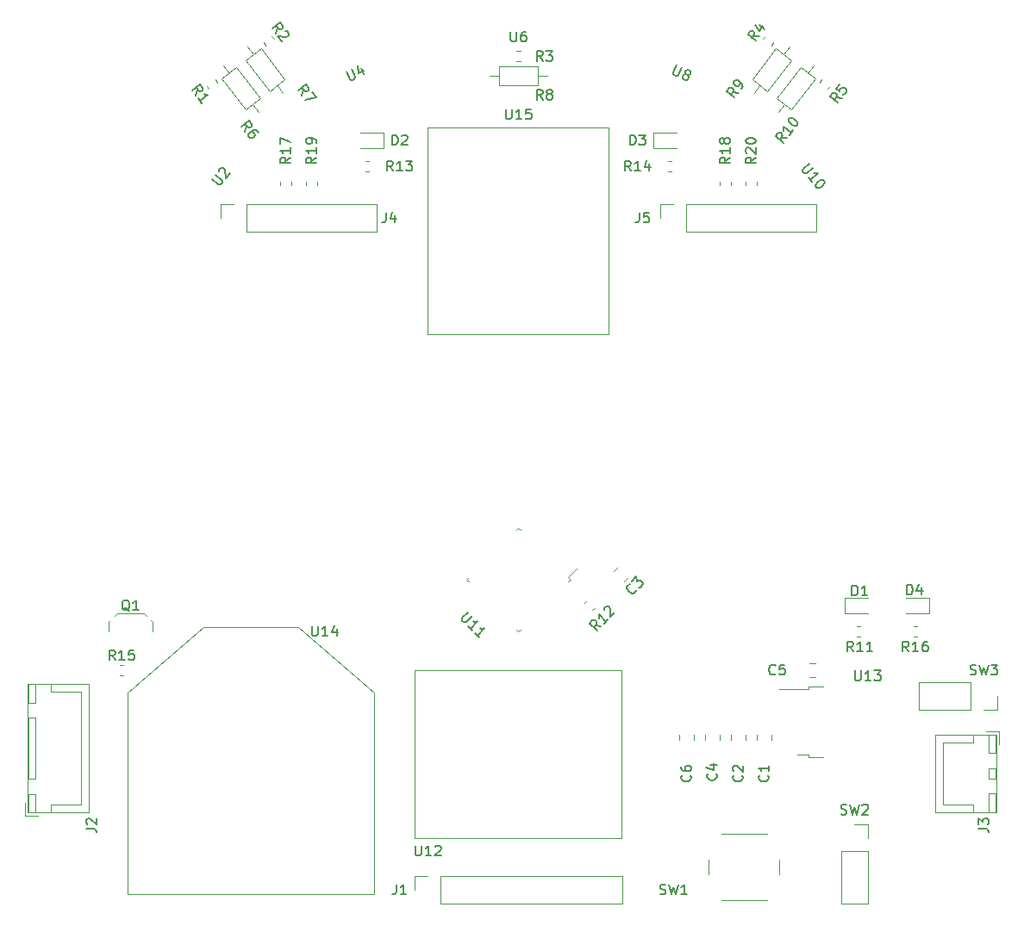
<source format=gbr>
G04 #@! TF.GenerationSoftware,KiCad,Pcbnew,(5.1.4-0-10_14)*
G04 #@! TF.CreationDate,2020-01-04T12:27:15+09:00*
G04 #@! TF.ProjectId,mouse,6d6f7573-652e-46b6-9963-61645f706362,rev?*
G04 #@! TF.SameCoordinates,Original*
G04 #@! TF.FileFunction,Legend,Top*
G04 #@! TF.FilePolarity,Positive*
%FSLAX46Y46*%
G04 Gerber Fmt 4.6, Leading zero omitted, Abs format (unit mm)*
G04 Created by KiCad (PCBNEW (5.1.4-0-10_14)) date 2020-01-04 12:27:15*
%MOMM*%
%LPD*%
G04 APERTURE LIST*
%ADD10C,0.120000*%
%ADD11C,0.150000*%
G04 APERTURE END LIST*
D10*
X88492903Y-153708005D02*
X88123437Y-154077471D01*
X89496995Y-154712097D02*
X89127529Y-155081563D01*
X73846821Y-154727868D02*
X73634689Y-154940000D01*
X73634689Y-154940000D02*
X73846821Y-155152132D01*
X78527868Y-150046821D02*
X78740000Y-149834689D01*
X78740000Y-149834689D02*
X78952132Y-150046821D01*
X78952132Y-159833179D02*
X78740000Y-160045311D01*
X78740000Y-160045311D02*
X78527868Y-159833179D01*
X83633179Y-155152132D02*
X83845311Y-154940000D01*
X83845311Y-154940000D02*
X83633179Y-154727868D01*
X83633179Y-154727868D02*
X84563024Y-153798023D01*
X65467500Y-111025000D02*
X63182500Y-111025000D01*
X65467500Y-112495000D02*
X65467500Y-111025000D01*
X63182500Y-112495000D02*
X65467500Y-112495000D01*
X52121809Y-102546478D02*
X52700132Y-103300163D01*
X55616099Y-107100326D02*
X55037776Y-106346640D01*
X51970247Y-103860224D02*
X54307891Y-106906701D01*
X53430017Y-102740103D02*
X51970247Y-103860224D01*
X55767661Y-105786580D02*
X53430017Y-102740103D01*
X54307891Y-106906701D02*
X55767661Y-105786580D01*
X125650000Y-170160000D02*
X119680000Y-170160000D01*
X119680000Y-170160000D02*
X119680000Y-177780000D01*
X119680000Y-177780000D02*
X125650000Y-177780000D01*
X125650000Y-177780000D02*
X125650000Y-170160000D01*
X125640000Y-173470000D02*
X124890000Y-173470000D01*
X124890000Y-173470000D02*
X124890000Y-174470000D01*
X124890000Y-174470000D02*
X125640000Y-174470000D01*
X125640000Y-174470000D02*
X125640000Y-173470000D01*
X125640000Y-170170000D02*
X124890000Y-170170000D01*
X124890000Y-170170000D02*
X124890000Y-171970000D01*
X124890000Y-171970000D02*
X125640000Y-171970000D01*
X125640000Y-171970000D02*
X125640000Y-170170000D01*
X125640000Y-175970000D02*
X124890000Y-175970000D01*
X124890000Y-175970000D02*
X124890000Y-177770000D01*
X124890000Y-177770000D02*
X125640000Y-177770000D01*
X125640000Y-177770000D02*
X125640000Y-175970000D01*
X123390000Y-170170000D02*
X123390000Y-170920000D01*
X123390000Y-170920000D02*
X120440000Y-170920000D01*
X120440000Y-170920000D02*
X120440000Y-173970000D01*
X123390000Y-177770000D02*
X123390000Y-177020000D01*
X123390000Y-177020000D02*
X120440000Y-177020000D01*
X120440000Y-177020000D02*
X120440000Y-173970000D01*
X125940000Y-171120000D02*
X125940000Y-169870000D01*
X125940000Y-169870000D02*
X124690000Y-169870000D01*
X103580000Y-170163748D02*
X103580000Y-170686252D01*
X102160000Y-170163748D02*
X102160000Y-170686252D01*
X99620000Y-170163748D02*
X99620000Y-170686252D01*
X101040000Y-170163748D02*
X101040000Y-170686252D01*
X98500000Y-170163748D02*
X98500000Y-170686252D01*
X97080000Y-170163748D02*
X97080000Y-170686252D01*
X113042500Y-156745000D02*
X110757500Y-156745000D01*
X110757500Y-156745000D02*
X110757500Y-158215000D01*
X110757500Y-158215000D02*
X113042500Y-158215000D01*
X71120000Y-186750000D02*
X71120000Y-184090000D01*
X71120000Y-186750000D02*
X88960000Y-186750000D01*
X88960000Y-186750000D02*
X88960000Y-184090000D01*
X71120000Y-184090000D02*
X88960000Y-184090000D01*
X68520000Y-184090000D02*
X69850000Y-184090000D01*
X68520000Y-185420000D02*
X68520000Y-184090000D01*
X30560000Y-177820000D02*
X36530000Y-177820000D01*
X36530000Y-177820000D02*
X36530000Y-165200000D01*
X36530000Y-165200000D02*
X30560000Y-165200000D01*
X30560000Y-165200000D02*
X30560000Y-177820000D01*
X30570000Y-174510000D02*
X31320000Y-174510000D01*
X31320000Y-174510000D02*
X31320000Y-168510000D01*
X31320000Y-168510000D02*
X30570000Y-168510000D01*
X30570000Y-168510000D02*
X30570000Y-174510000D01*
X30570000Y-177810000D02*
X31320000Y-177810000D01*
X31320000Y-177810000D02*
X31320000Y-176010000D01*
X31320000Y-176010000D02*
X30570000Y-176010000D01*
X30570000Y-176010000D02*
X30570000Y-177810000D01*
X30570000Y-167010000D02*
X31320000Y-167010000D01*
X31320000Y-167010000D02*
X31320000Y-165210000D01*
X31320000Y-165210000D02*
X30570000Y-165210000D01*
X30570000Y-165210000D02*
X30570000Y-167010000D01*
X32820000Y-177810000D02*
X32820000Y-177060000D01*
X32820000Y-177060000D02*
X35770000Y-177060000D01*
X35770000Y-177060000D02*
X35770000Y-171510000D01*
X32820000Y-165210000D02*
X32820000Y-165960000D01*
X32820000Y-165960000D02*
X35770000Y-165960000D01*
X35770000Y-165960000D02*
X35770000Y-171510000D01*
X30270000Y-176860000D02*
X30270000Y-178110000D01*
X30270000Y-178110000D02*
X31520000Y-178110000D01*
X49470000Y-119380000D02*
X49470000Y-118050000D01*
X49470000Y-118050000D02*
X50800000Y-118050000D01*
X52070000Y-118050000D02*
X64830000Y-118050000D01*
X64830000Y-120710000D02*
X64830000Y-118050000D01*
X52070000Y-120710000D02*
X64830000Y-120710000D01*
X52070000Y-120710000D02*
X52070000Y-118050000D01*
X95250000Y-120710000D02*
X95250000Y-118050000D01*
X95250000Y-120710000D02*
X108010000Y-120710000D01*
X108010000Y-120710000D02*
X108010000Y-118050000D01*
X95250000Y-118050000D02*
X108010000Y-118050000D01*
X92650000Y-118050000D02*
X93980000Y-118050000D01*
X92650000Y-119380000D02*
X92650000Y-118050000D01*
X42620000Y-158935000D02*
X42770000Y-159085000D01*
X41920000Y-158285000D02*
X42170000Y-158535000D01*
X38670000Y-158935000D02*
X38520000Y-159085000D01*
X39320000Y-158285000D02*
X39070000Y-158535000D01*
X41920000Y-158285000D02*
X39320000Y-158285000D01*
X42770000Y-159085000D02*
X42770000Y-160035000D01*
X38520000Y-160035000D02*
X38520000Y-159085000D01*
X48344747Y-106675279D02*
X48136225Y-106403528D01*
X49153967Y-106054342D02*
X48945445Y-105782591D01*
X54707439Y-101793012D02*
X54498917Y-101521261D01*
X53898219Y-102413949D02*
X53689697Y-102142198D01*
X78568733Y-102995000D02*
X78911267Y-102995000D01*
X78568733Y-104015000D02*
X78911267Y-104015000D01*
X103581781Y-102413949D02*
X103790303Y-102142198D01*
X102772561Y-101793012D02*
X102981083Y-101521261D01*
X108326033Y-106054342D02*
X108534555Y-105782591D01*
X109135253Y-106675279D02*
X109343775Y-106403528D01*
X51927831Y-108732985D02*
X53387601Y-107612864D01*
X53387601Y-107612864D02*
X51049957Y-104566387D01*
X51049957Y-104566387D02*
X49590187Y-105686508D01*
X49590187Y-105686508D02*
X51927831Y-108732985D01*
X53236039Y-108926610D02*
X52657716Y-108172924D01*
X49741749Y-104372762D02*
X50320072Y-105126447D01*
X76820000Y-104490000D02*
X76820000Y-106330000D01*
X76820000Y-106330000D02*
X80660000Y-106330000D01*
X80660000Y-106330000D02*
X80660000Y-104490000D01*
X80660000Y-104490000D02*
X76820000Y-104490000D01*
X75870000Y-105410000D02*
X76820000Y-105410000D01*
X81610000Y-105410000D02*
X80660000Y-105410000D01*
X104092399Y-107612864D02*
X105552169Y-108732985D01*
X105552169Y-108732985D02*
X107889813Y-105686508D01*
X107889813Y-105686508D02*
X106430043Y-104566387D01*
X106430043Y-104566387D02*
X104092399Y-107612864D01*
X104243961Y-108926610D02*
X104822284Y-108172924D01*
X107738251Y-104372762D02*
X107159928Y-105126447D01*
X103140000Y-179920000D02*
X98640000Y-179920000D01*
X104390000Y-183920000D02*
X104390000Y-182420000D01*
X98640000Y-186420000D02*
X103140000Y-186420000D01*
X97390000Y-182420000D02*
X97390000Y-183920000D01*
X69850000Y-130810000D02*
X87630000Y-130810000D01*
X87630000Y-130810000D02*
X87630000Y-110490000D01*
X87630000Y-110490000D02*
X69850000Y-110490000D01*
X69850000Y-110490000D02*
X69850000Y-130810000D01*
X107876253Y-164540000D02*
X107353749Y-164540000D01*
X107876253Y-163120000D02*
X107353749Y-163120000D01*
X94540000Y-170163748D02*
X94540000Y-170686252D01*
X95960000Y-170163748D02*
X95960000Y-170686252D01*
X92012500Y-112495000D02*
X94297500Y-112495000D01*
X92012500Y-111025000D02*
X92012500Y-112495000D01*
X94297500Y-111025000D02*
X92012500Y-111025000D01*
X123190000Y-165040000D02*
X123190000Y-167700000D01*
X123190000Y-165040000D02*
X118050000Y-165040000D01*
X118050000Y-165040000D02*
X118050000Y-167700000D01*
X123190000Y-167700000D02*
X118050000Y-167700000D01*
X125790000Y-167700000D02*
X124460000Y-167700000D01*
X125790000Y-166370000D02*
X125790000Y-167700000D01*
X108690000Y-165460000D02*
X107190000Y-165460000D01*
X107190000Y-165460000D02*
X107190000Y-165730000D01*
X107190000Y-165730000D02*
X104360000Y-165730000D01*
X108690000Y-172360000D02*
X107190000Y-172360000D01*
X107190000Y-172360000D02*
X107190000Y-172090000D01*
X107190000Y-172090000D02*
X106090000Y-172090000D01*
X110430000Y-181610000D02*
X113090000Y-181610000D01*
X110430000Y-181610000D02*
X110430000Y-186750000D01*
X110430000Y-186750000D02*
X113090000Y-186750000D01*
X113090000Y-181610000D02*
X113090000Y-186750000D01*
X113090000Y-179010000D02*
X113090000Y-180340000D01*
X111760000Y-179010000D02*
X113090000Y-179010000D01*
X39593733Y-163320000D02*
X39936267Y-163320000D01*
X39593733Y-164340000D02*
X39936267Y-164340000D01*
X55370000Y-116136267D02*
X55370000Y-115793733D01*
X56390000Y-116136267D02*
X56390000Y-115793733D01*
X98550000Y-116136267D02*
X98550000Y-115793733D01*
X99570000Y-116136267D02*
X99570000Y-115793733D01*
X58930000Y-116136267D02*
X58930000Y-115793733D01*
X57910000Y-116136267D02*
X57910000Y-115793733D01*
X102110000Y-116136267D02*
X102110000Y-115793733D01*
X101090000Y-116136267D02*
X101090000Y-115793733D01*
X63723733Y-114810000D02*
X64066267Y-114810000D01*
X63723733Y-113790000D02*
X64066267Y-113790000D01*
X93756267Y-113790000D02*
X93413733Y-113790000D01*
X93756267Y-114810000D02*
X93413733Y-114810000D01*
X116827500Y-158215000D02*
X119112500Y-158215000D01*
X119112500Y-158215000D02*
X119112500Y-156745000D01*
X119112500Y-156745000D02*
X116827500Y-156745000D01*
X117543733Y-159510000D02*
X117886267Y-159510000D01*
X117543733Y-160530000D02*
X117886267Y-160530000D01*
X111983733Y-160530000D02*
X112326267Y-160530000D01*
X111983733Y-159510000D02*
X112326267Y-159510000D01*
X85259553Y-157224198D02*
X85501762Y-156981989D01*
X85980802Y-157945447D02*
X86223011Y-157703238D01*
X40324400Y-166063200D02*
X40324400Y-185813200D01*
X40324400Y-185813200D02*
X64574400Y-185813200D01*
X64574400Y-185813200D02*
X64574400Y-166063200D01*
X40324400Y-166063200D02*
X47824400Y-159563200D01*
X47824400Y-159563200D02*
X57074400Y-159563200D01*
X57074400Y-159563200D02*
X64574400Y-166063200D01*
X101712339Y-105786580D02*
X103172109Y-106906701D01*
X103172109Y-106906701D02*
X105509753Y-103860224D01*
X105509753Y-103860224D02*
X104049983Y-102740103D01*
X104049983Y-102740103D02*
X101712339Y-105786580D01*
X101863901Y-107100326D02*
X102442224Y-106346640D01*
X105358191Y-102546478D02*
X104779868Y-103300163D01*
X68580000Y-177800000D02*
X68580000Y-180340000D01*
X88900000Y-177800000D02*
X88900000Y-180340000D01*
X88900000Y-177800000D02*
X88900000Y-163830000D01*
X68580000Y-180340000D02*
X88900000Y-180340000D01*
X68580000Y-163830000D02*
X68580000Y-177800000D01*
X88900000Y-163830000D02*
X68580000Y-163830000D01*
D11*
X90304687Y-155945389D02*
X90304687Y-156012732D01*
X90237343Y-156147419D01*
X90170000Y-156214763D01*
X90035312Y-156282106D01*
X89900625Y-156282106D01*
X89799610Y-156248435D01*
X89631251Y-156147419D01*
X89530236Y-156046404D01*
X89429221Y-155878045D01*
X89395549Y-155777030D01*
X89395549Y-155642343D01*
X89462893Y-155507656D01*
X89530236Y-155440312D01*
X89664923Y-155372969D01*
X89732267Y-155372969D01*
X89900625Y-155069923D02*
X90338358Y-154632190D01*
X90372030Y-155137267D01*
X90473045Y-155036251D01*
X90574061Y-155002580D01*
X90641404Y-155002580D01*
X90742419Y-155036251D01*
X90910778Y-155204610D01*
X90944450Y-155305625D01*
X90944450Y-155372969D01*
X90910778Y-155473984D01*
X90708748Y-155676015D01*
X90607732Y-155709687D01*
X90540389Y-155709687D01*
X73806759Y-158122309D02*
X73234339Y-158694729D01*
X73200668Y-158795744D01*
X73200668Y-158863087D01*
X73234339Y-158964103D01*
X73369026Y-159098790D01*
X73470042Y-159132461D01*
X73537385Y-159132461D01*
X73638400Y-159098790D01*
X74210820Y-158526370D01*
X74210820Y-159940583D02*
X73806759Y-159536522D01*
X74008790Y-159738553D02*
X74715896Y-159031446D01*
X74547538Y-159065118D01*
X74412851Y-159065118D01*
X74311835Y-159031446D01*
X74884255Y-160614018D02*
X74480194Y-160209957D01*
X74682225Y-160411988D02*
X75389331Y-159704881D01*
X75220973Y-159738553D01*
X75086286Y-159738553D01*
X74985270Y-159704881D01*
X66317904Y-112212380D02*
X66317904Y-111212380D01*
X66556000Y-111212380D01*
X66698857Y-111260000D01*
X66794095Y-111355238D01*
X66841714Y-111450476D01*
X66889333Y-111640952D01*
X66889333Y-111783809D01*
X66841714Y-111974285D01*
X66794095Y-112069523D01*
X66698857Y-112164761D01*
X66556000Y-112212380D01*
X66317904Y-112212380D01*
X67270285Y-111307619D02*
X67317904Y-111260000D01*
X67413142Y-111212380D01*
X67651238Y-111212380D01*
X67746476Y-111260000D01*
X67794095Y-111307619D01*
X67841714Y-111402857D01*
X67841714Y-111498095D01*
X67794095Y-111640952D01*
X67222666Y-112212380D01*
X67841714Y-112212380D01*
X57451641Y-107331166D02*
X57626508Y-106776829D01*
X57103778Y-106877821D02*
X57897131Y-106269060D01*
X58129040Y-106571290D01*
X58149239Y-106675836D01*
X58140449Y-106742603D01*
X58093880Y-106838359D01*
X57980544Y-106925325D01*
X57875997Y-106945524D01*
X57809230Y-106936734D01*
X57713474Y-106890165D01*
X57481565Y-106587935D01*
X58447915Y-106986856D02*
X58853756Y-107515758D01*
X57799505Y-107784511D01*
X123912380Y-179403333D02*
X124626666Y-179403333D01*
X124769523Y-179450952D01*
X124864761Y-179546190D01*
X124912380Y-179689047D01*
X124912380Y-179784285D01*
X123912380Y-179022380D02*
X123912380Y-178403333D01*
X124293333Y-178736666D01*
X124293333Y-178593809D01*
X124340952Y-178498571D01*
X124388571Y-178450952D01*
X124483809Y-178403333D01*
X124721904Y-178403333D01*
X124817142Y-178450952D01*
X124864761Y-178498571D01*
X124912380Y-178593809D01*
X124912380Y-178879523D01*
X124864761Y-178974761D01*
X124817142Y-179022380D01*
X103227142Y-174156666D02*
X103274761Y-174204285D01*
X103322380Y-174347142D01*
X103322380Y-174442380D01*
X103274761Y-174585238D01*
X103179523Y-174680476D01*
X103084285Y-174728095D01*
X102893809Y-174775714D01*
X102750952Y-174775714D01*
X102560476Y-174728095D01*
X102465238Y-174680476D01*
X102370000Y-174585238D01*
X102322380Y-174442380D01*
X102322380Y-174347142D01*
X102370000Y-174204285D01*
X102417619Y-174156666D01*
X103322380Y-173204285D02*
X103322380Y-173775714D01*
X103322380Y-173490000D02*
X102322380Y-173490000D01*
X102465238Y-173585238D01*
X102560476Y-173680476D01*
X102608095Y-173775714D01*
X100687142Y-174156666D02*
X100734761Y-174204285D01*
X100782380Y-174347142D01*
X100782380Y-174442380D01*
X100734761Y-174585238D01*
X100639523Y-174680476D01*
X100544285Y-174728095D01*
X100353809Y-174775714D01*
X100210952Y-174775714D01*
X100020476Y-174728095D01*
X99925238Y-174680476D01*
X99830000Y-174585238D01*
X99782380Y-174442380D01*
X99782380Y-174347142D01*
X99830000Y-174204285D01*
X99877619Y-174156666D01*
X99877619Y-173775714D02*
X99830000Y-173728095D01*
X99782380Y-173632857D01*
X99782380Y-173394761D01*
X99830000Y-173299523D01*
X99877619Y-173251904D01*
X99972857Y-173204285D01*
X100068095Y-173204285D01*
X100210952Y-173251904D01*
X100782380Y-173823333D01*
X100782380Y-173204285D01*
X98147142Y-174011666D02*
X98194761Y-174059285D01*
X98242380Y-174202142D01*
X98242380Y-174297380D01*
X98194761Y-174440238D01*
X98099523Y-174535476D01*
X98004285Y-174583095D01*
X97813809Y-174630714D01*
X97670952Y-174630714D01*
X97480476Y-174583095D01*
X97385238Y-174535476D01*
X97290000Y-174440238D01*
X97242380Y-174297380D01*
X97242380Y-174202142D01*
X97290000Y-174059285D01*
X97337619Y-174011666D01*
X97575714Y-173154523D02*
X98242380Y-173154523D01*
X97194761Y-173392619D02*
X97909047Y-173630714D01*
X97909047Y-173011666D01*
X111504404Y-156502380D02*
X111504404Y-155502380D01*
X111742500Y-155502380D01*
X111885357Y-155550000D01*
X111980595Y-155645238D01*
X112028214Y-155740476D01*
X112075833Y-155930952D01*
X112075833Y-156073809D01*
X112028214Y-156264285D01*
X111980595Y-156359523D01*
X111885357Y-156454761D01*
X111742500Y-156502380D01*
X111504404Y-156502380D01*
X113028214Y-156502380D02*
X112456785Y-156502380D01*
X112742500Y-156502380D02*
X112742500Y-155502380D01*
X112647261Y-155645238D01*
X112552023Y-155740476D01*
X112456785Y-155788095D01*
X66722666Y-184872380D02*
X66722666Y-185586666D01*
X66675047Y-185729523D01*
X66579809Y-185824761D01*
X66436952Y-185872380D01*
X66341714Y-185872380D01*
X67722666Y-185872380D02*
X67151238Y-185872380D01*
X67436952Y-185872380D02*
X67436952Y-184872380D01*
X67341714Y-185015238D01*
X67246476Y-185110476D01*
X67151238Y-185158095D01*
X36282380Y-179403333D02*
X36996666Y-179403333D01*
X37139523Y-179450952D01*
X37234761Y-179546190D01*
X37282380Y-179689047D01*
X37282380Y-179784285D01*
X36377619Y-178974761D02*
X36330000Y-178927142D01*
X36282380Y-178831904D01*
X36282380Y-178593809D01*
X36330000Y-178498571D01*
X36377619Y-178450952D01*
X36472857Y-178403333D01*
X36568095Y-178403333D01*
X36710952Y-178450952D01*
X37282380Y-179022380D01*
X37282380Y-178403333D01*
X65706666Y-118832380D02*
X65706666Y-119546666D01*
X65659047Y-119689523D01*
X65563809Y-119784761D01*
X65420952Y-119832380D01*
X65325714Y-119832380D01*
X66611428Y-119165714D02*
X66611428Y-119832380D01*
X66373333Y-118784761D02*
X66135238Y-119499047D01*
X66754285Y-119499047D01*
X90598666Y-118832380D02*
X90598666Y-119546666D01*
X90551047Y-119689523D01*
X90455809Y-119784761D01*
X90312952Y-119832380D01*
X90217714Y-119832380D01*
X91551047Y-118832380D02*
X91074857Y-118832380D01*
X91027238Y-119308571D01*
X91074857Y-119260952D01*
X91170095Y-119213333D01*
X91408190Y-119213333D01*
X91503428Y-119260952D01*
X91551047Y-119308571D01*
X91598666Y-119403809D01*
X91598666Y-119641904D01*
X91551047Y-119737142D01*
X91503428Y-119784761D01*
X91408190Y-119832380D01*
X91170095Y-119832380D01*
X91074857Y-119784761D01*
X91027238Y-119737142D01*
X40544761Y-158027619D02*
X40449523Y-157980000D01*
X40354285Y-157884761D01*
X40211428Y-157741904D01*
X40116190Y-157694285D01*
X40020952Y-157694285D01*
X40068571Y-157932380D02*
X39973333Y-157884761D01*
X39878095Y-157789523D01*
X39830476Y-157599047D01*
X39830476Y-157265714D01*
X39878095Y-157075238D01*
X39973333Y-156980000D01*
X40068571Y-156932380D01*
X40259047Y-156932380D01*
X40354285Y-156980000D01*
X40449523Y-157075238D01*
X40497142Y-157265714D01*
X40497142Y-157599047D01*
X40449523Y-157789523D01*
X40354285Y-157884761D01*
X40259047Y-157932380D01*
X40068571Y-157932380D01*
X41449523Y-157932380D02*
X40878095Y-157932380D01*
X41163809Y-157932380D02*
X41163809Y-156932380D01*
X41068571Y-157075238D01*
X40973333Y-157170476D01*
X40878095Y-157218095D01*
X47050242Y-107331166D02*
X47225109Y-106776829D01*
X46702379Y-106877821D02*
X47495732Y-106269060D01*
X47727641Y-106571290D01*
X47747840Y-106675836D01*
X47739050Y-106742603D01*
X47692481Y-106838359D01*
X47579145Y-106925325D01*
X47474598Y-106945524D01*
X47407831Y-106936734D01*
X47312075Y-106890165D01*
X47080166Y-106587935D01*
X47630015Y-108086741D02*
X47282151Y-107633396D01*
X47456083Y-107860068D02*
X48249437Y-107251307D01*
X48078123Y-107262715D01*
X47944588Y-107245135D01*
X47848832Y-107198566D01*
X54911641Y-101235166D02*
X55086508Y-100680829D01*
X54563778Y-100781821D02*
X55357131Y-100173060D01*
X55589040Y-100475290D01*
X55609239Y-100579836D01*
X55600449Y-100646603D01*
X55553880Y-100742359D01*
X55440544Y-100829325D01*
X55335997Y-100849524D01*
X55269230Y-100840734D01*
X55173474Y-100794165D01*
X54941565Y-100491935D01*
X55861346Y-100986612D02*
X55928114Y-100995402D01*
X56023870Y-101041971D01*
X56168813Y-101230864D01*
X56189011Y-101335410D01*
X56180221Y-101402178D01*
X56133653Y-101497934D01*
X56058095Y-101555911D01*
X55915770Y-101605098D01*
X55114562Y-101499617D01*
X55491414Y-101990741D01*
X81113333Y-103957380D02*
X80780000Y-103481190D01*
X80541904Y-103957380D02*
X80541904Y-102957380D01*
X80922857Y-102957380D01*
X81018095Y-103005000D01*
X81065714Y-103052619D01*
X81113333Y-103147857D01*
X81113333Y-103290714D01*
X81065714Y-103385952D01*
X81018095Y-103433571D01*
X80922857Y-103481190D01*
X80541904Y-103481190D01*
X81446666Y-102957380D02*
X82065714Y-102957380D01*
X81732380Y-103338333D01*
X81875238Y-103338333D01*
X81970476Y-103385952D01*
X82018095Y-103433571D01*
X82065714Y-103528809D01*
X82065714Y-103766904D01*
X82018095Y-103862142D01*
X81970476Y-103909761D01*
X81875238Y-103957380D01*
X81589523Y-103957380D01*
X81494285Y-103909761D01*
X81446666Y-103862142D01*
X102404374Y-101504693D02*
X101823666Y-101479258D01*
X102056511Y-101958038D02*
X101263157Y-101349276D01*
X101495066Y-101047047D01*
X101590822Y-101000478D01*
X101657590Y-100991688D01*
X101762136Y-101011886D01*
X101875472Y-101098852D01*
X101922041Y-101194608D01*
X101930831Y-101261376D01*
X101910632Y-101365922D01*
X101678723Y-101668152D01*
X102397267Y-100418835D02*
X102926170Y-100824676D01*
X101950094Y-100375820D02*
X102371832Y-100999543D01*
X102748685Y-100508419D01*
X110493437Y-107595617D02*
X109912729Y-107570182D01*
X110145574Y-108048962D02*
X109352220Y-107440200D01*
X109584129Y-107137971D01*
X109679885Y-107091402D01*
X109746653Y-107082612D01*
X109851199Y-107102810D01*
X109964535Y-107189776D01*
X110011104Y-107285532D01*
X110019894Y-107352300D01*
X109999695Y-107456846D01*
X109767786Y-107759076D01*
X110250868Y-106269060D02*
X109960982Y-106646847D01*
X110309780Y-106974512D01*
X110300990Y-106907745D01*
X110321189Y-106803199D01*
X110466132Y-106614305D01*
X110561888Y-106567736D01*
X110628655Y-106558946D01*
X110733201Y-106579145D01*
X110922095Y-106724088D01*
X110968664Y-106819844D01*
X110977454Y-106886611D01*
X110957255Y-106991157D01*
X110812312Y-107180051D01*
X110716556Y-107226620D01*
X110649789Y-107235410D01*
X51863641Y-110887166D02*
X52038508Y-110332829D01*
X51515778Y-110433821D02*
X52309131Y-109825060D01*
X52541040Y-110127290D01*
X52561239Y-110231836D01*
X52552449Y-110298603D01*
X52505880Y-110394359D01*
X52392544Y-110481325D01*
X52287997Y-110501524D01*
X52221230Y-110492734D01*
X52125474Y-110446165D01*
X51893565Y-110143935D01*
X53178790Y-110958422D02*
X53062836Y-110807307D01*
X52967080Y-110760738D01*
X52900312Y-110751948D01*
X52728999Y-110763356D01*
X52548895Y-110841532D01*
X52246665Y-111073441D01*
X52200097Y-111169197D01*
X52191306Y-111235965D01*
X52211505Y-111340511D01*
X52327460Y-111491626D01*
X52423216Y-111538195D01*
X52489983Y-111546985D01*
X52594529Y-111526786D01*
X52783423Y-111381843D01*
X52829992Y-111286087D01*
X52838782Y-111219319D01*
X52818583Y-111114773D01*
X52702628Y-110963658D01*
X52606872Y-110917090D01*
X52540105Y-110908300D01*
X52435559Y-110928498D01*
X81113333Y-107767380D02*
X80780000Y-107291190D01*
X80541904Y-107767380D02*
X80541904Y-106767380D01*
X80922857Y-106767380D01*
X81018095Y-106815000D01*
X81065714Y-106862619D01*
X81113333Y-106957857D01*
X81113333Y-107100714D01*
X81065714Y-107195952D01*
X81018095Y-107243571D01*
X80922857Y-107291190D01*
X80541904Y-107291190D01*
X81684761Y-107195952D02*
X81589523Y-107148333D01*
X81541904Y-107100714D01*
X81494285Y-107005476D01*
X81494285Y-106957857D01*
X81541904Y-106862619D01*
X81589523Y-106815000D01*
X81684761Y-106767380D01*
X81875238Y-106767380D01*
X81970476Y-106815000D01*
X82018095Y-106862619D01*
X82065714Y-106957857D01*
X82065714Y-107005476D01*
X82018095Y-107100714D01*
X81970476Y-107148333D01*
X81875238Y-107195952D01*
X81684761Y-107195952D01*
X81589523Y-107243571D01*
X81541904Y-107291190D01*
X81494285Y-107386428D01*
X81494285Y-107576904D01*
X81541904Y-107672142D01*
X81589523Y-107719761D01*
X81684761Y-107767380D01*
X81875238Y-107767380D01*
X81970476Y-107719761D01*
X82018095Y-107672142D01*
X82065714Y-107576904D01*
X82065714Y-107386428D01*
X82018095Y-107291190D01*
X81970476Y-107243571D01*
X81875238Y-107195952D01*
X105123551Y-111529404D02*
X104542843Y-111503969D01*
X104775687Y-111982749D02*
X103982334Y-111373988D01*
X104214243Y-111071758D01*
X104309999Y-111025189D01*
X104376766Y-111016399D01*
X104481312Y-111036598D01*
X104594649Y-111123563D01*
X104641217Y-111219319D01*
X104650007Y-111286087D01*
X104629809Y-111390633D01*
X104397900Y-111692863D01*
X105703324Y-110773830D02*
X105355460Y-111227175D01*
X105529392Y-111000502D02*
X104736038Y-110391741D01*
X104791397Y-110554264D01*
X104808978Y-110687799D01*
X104788779Y-110792345D01*
X105286823Y-109673945D02*
X105344800Y-109598387D01*
X105440556Y-109551819D01*
X105507323Y-109543029D01*
X105611869Y-109563227D01*
X105791973Y-109641403D01*
X105980867Y-109786346D01*
X106102993Y-109940079D01*
X106149562Y-110035835D01*
X106158352Y-110102603D01*
X106138153Y-110207149D01*
X106080176Y-110282706D01*
X105984420Y-110329275D01*
X105917653Y-110338065D01*
X105813106Y-110317867D01*
X105633003Y-110239691D01*
X105444109Y-110094748D01*
X105321983Y-109941014D01*
X105275414Y-109845258D01*
X105266624Y-109778491D01*
X105286823Y-109673945D01*
X92646666Y-185824761D02*
X92789523Y-185872380D01*
X93027619Y-185872380D01*
X93122857Y-185824761D01*
X93170476Y-185777142D01*
X93218095Y-185681904D01*
X93218095Y-185586666D01*
X93170476Y-185491428D01*
X93122857Y-185443809D01*
X93027619Y-185396190D01*
X92837142Y-185348571D01*
X92741904Y-185300952D01*
X92694285Y-185253333D01*
X92646666Y-185158095D01*
X92646666Y-185062857D01*
X92694285Y-184967619D01*
X92741904Y-184920000D01*
X92837142Y-184872380D01*
X93075238Y-184872380D01*
X93218095Y-184920000D01*
X93551428Y-184872380D02*
X93789523Y-185872380D01*
X93980000Y-185158095D01*
X94170476Y-185872380D01*
X94408571Y-184872380D01*
X95313333Y-185872380D02*
X94741904Y-185872380D01*
X95027619Y-185872380D02*
X95027619Y-184872380D01*
X94932380Y-185015238D01*
X94837142Y-185110476D01*
X94741904Y-185158095D01*
X77501904Y-108672380D02*
X77501904Y-109481904D01*
X77549523Y-109577142D01*
X77597142Y-109624761D01*
X77692380Y-109672380D01*
X77882857Y-109672380D01*
X77978095Y-109624761D01*
X78025714Y-109577142D01*
X78073333Y-109481904D01*
X78073333Y-108672380D01*
X79073333Y-109672380D02*
X78501904Y-109672380D01*
X78787619Y-109672380D02*
X78787619Y-108672380D01*
X78692380Y-108815238D01*
X78597142Y-108910476D01*
X78501904Y-108958095D01*
X79978095Y-108672380D02*
X79501904Y-108672380D01*
X79454285Y-109148571D01*
X79501904Y-109100952D01*
X79597142Y-109053333D01*
X79835238Y-109053333D01*
X79930476Y-109100952D01*
X79978095Y-109148571D01*
X80025714Y-109243809D01*
X80025714Y-109481904D01*
X79978095Y-109577142D01*
X79930476Y-109624761D01*
X79835238Y-109672380D01*
X79597142Y-109672380D01*
X79501904Y-109624761D01*
X79454285Y-109577142D01*
X103973333Y-164187142D02*
X103925714Y-164234761D01*
X103782857Y-164282380D01*
X103687619Y-164282380D01*
X103544761Y-164234761D01*
X103449523Y-164139523D01*
X103401904Y-164044285D01*
X103354285Y-163853809D01*
X103354285Y-163710952D01*
X103401904Y-163520476D01*
X103449523Y-163425238D01*
X103544761Y-163330000D01*
X103687619Y-163282380D01*
X103782857Y-163282380D01*
X103925714Y-163330000D01*
X103973333Y-163377619D01*
X104878095Y-163282380D02*
X104401904Y-163282380D01*
X104354285Y-163758571D01*
X104401904Y-163710952D01*
X104497142Y-163663333D01*
X104735238Y-163663333D01*
X104830476Y-163710952D01*
X104878095Y-163758571D01*
X104925714Y-163853809D01*
X104925714Y-164091904D01*
X104878095Y-164187142D01*
X104830476Y-164234761D01*
X104735238Y-164282380D01*
X104497142Y-164282380D01*
X104401904Y-164234761D01*
X104354285Y-164187142D01*
X95607142Y-174156666D02*
X95654761Y-174204285D01*
X95702380Y-174347142D01*
X95702380Y-174442380D01*
X95654761Y-174585238D01*
X95559523Y-174680476D01*
X95464285Y-174728095D01*
X95273809Y-174775714D01*
X95130952Y-174775714D01*
X94940476Y-174728095D01*
X94845238Y-174680476D01*
X94750000Y-174585238D01*
X94702380Y-174442380D01*
X94702380Y-174347142D01*
X94750000Y-174204285D01*
X94797619Y-174156666D01*
X94702380Y-173299523D02*
X94702380Y-173490000D01*
X94750000Y-173585238D01*
X94797619Y-173632857D01*
X94940476Y-173728095D01*
X95130952Y-173775714D01*
X95511904Y-173775714D01*
X95607142Y-173728095D01*
X95654761Y-173680476D01*
X95702380Y-173585238D01*
X95702380Y-173394761D01*
X95654761Y-173299523D01*
X95607142Y-173251904D01*
X95511904Y-173204285D01*
X95273809Y-173204285D01*
X95178571Y-173251904D01*
X95130952Y-173299523D01*
X95083333Y-173394761D01*
X95083333Y-173585238D01*
X95130952Y-173680476D01*
X95178571Y-173728095D01*
X95273809Y-173775714D01*
X89685904Y-112212380D02*
X89685904Y-111212380D01*
X89924000Y-111212380D01*
X90066857Y-111260000D01*
X90162095Y-111355238D01*
X90209714Y-111450476D01*
X90257333Y-111640952D01*
X90257333Y-111783809D01*
X90209714Y-111974285D01*
X90162095Y-112069523D01*
X90066857Y-112164761D01*
X89924000Y-112212380D01*
X89685904Y-112212380D01*
X90590666Y-111212380D02*
X91209714Y-111212380D01*
X90876380Y-111593333D01*
X91019238Y-111593333D01*
X91114476Y-111640952D01*
X91162095Y-111688571D01*
X91209714Y-111783809D01*
X91209714Y-112021904D01*
X91162095Y-112117142D01*
X91114476Y-112164761D01*
X91019238Y-112212380D01*
X90733523Y-112212380D01*
X90638285Y-112164761D01*
X90590666Y-112117142D01*
X123126666Y-164234761D02*
X123269523Y-164282380D01*
X123507619Y-164282380D01*
X123602857Y-164234761D01*
X123650476Y-164187142D01*
X123698095Y-164091904D01*
X123698095Y-163996666D01*
X123650476Y-163901428D01*
X123602857Y-163853809D01*
X123507619Y-163806190D01*
X123317142Y-163758571D01*
X123221904Y-163710952D01*
X123174285Y-163663333D01*
X123126666Y-163568095D01*
X123126666Y-163472857D01*
X123174285Y-163377619D01*
X123221904Y-163330000D01*
X123317142Y-163282380D01*
X123555238Y-163282380D01*
X123698095Y-163330000D01*
X124031428Y-163282380D02*
X124269523Y-164282380D01*
X124460000Y-163568095D01*
X124650476Y-164282380D01*
X124888571Y-163282380D01*
X125174285Y-163282380D02*
X125793333Y-163282380D01*
X125460000Y-163663333D01*
X125602857Y-163663333D01*
X125698095Y-163710952D01*
X125745714Y-163758571D01*
X125793333Y-163853809D01*
X125793333Y-164091904D01*
X125745714Y-164187142D01*
X125698095Y-164234761D01*
X125602857Y-164282380D01*
X125317142Y-164282380D01*
X125221904Y-164234761D01*
X125174285Y-164187142D01*
X111791904Y-163862380D02*
X111791904Y-164671904D01*
X111839523Y-164767142D01*
X111887142Y-164814761D01*
X111982380Y-164862380D01*
X112172857Y-164862380D01*
X112268095Y-164814761D01*
X112315714Y-164767142D01*
X112363333Y-164671904D01*
X112363333Y-163862380D01*
X113363333Y-164862380D02*
X112791904Y-164862380D01*
X113077619Y-164862380D02*
X113077619Y-163862380D01*
X112982380Y-164005238D01*
X112887142Y-164100476D01*
X112791904Y-164148095D01*
X113696666Y-163862380D02*
X114315714Y-163862380D01*
X113982380Y-164243333D01*
X114125238Y-164243333D01*
X114220476Y-164290952D01*
X114268095Y-164338571D01*
X114315714Y-164433809D01*
X114315714Y-164671904D01*
X114268095Y-164767142D01*
X114220476Y-164814761D01*
X114125238Y-164862380D01*
X113839523Y-164862380D01*
X113744285Y-164814761D01*
X113696666Y-164767142D01*
X110426666Y-177974761D02*
X110569523Y-178022380D01*
X110807619Y-178022380D01*
X110902857Y-177974761D01*
X110950476Y-177927142D01*
X110998095Y-177831904D01*
X110998095Y-177736666D01*
X110950476Y-177641428D01*
X110902857Y-177593809D01*
X110807619Y-177546190D01*
X110617142Y-177498571D01*
X110521904Y-177450952D01*
X110474285Y-177403333D01*
X110426666Y-177308095D01*
X110426666Y-177212857D01*
X110474285Y-177117619D01*
X110521904Y-177070000D01*
X110617142Y-177022380D01*
X110855238Y-177022380D01*
X110998095Y-177070000D01*
X111331428Y-177022380D02*
X111569523Y-178022380D01*
X111760000Y-177308095D01*
X111950476Y-178022380D01*
X112188571Y-177022380D01*
X112521904Y-177117619D02*
X112569523Y-177070000D01*
X112664761Y-177022380D01*
X112902857Y-177022380D01*
X112998095Y-177070000D01*
X113045714Y-177117619D01*
X113093333Y-177212857D01*
X113093333Y-177308095D01*
X113045714Y-177450952D01*
X112474285Y-178022380D01*
X113093333Y-178022380D01*
X39122142Y-162852380D02*
X38788809Y-162376190D01*
X38550714Y-162852380D02*
X38550714Y-161852380D01*
X38931666Y-161852380D01*
X39026904Y-161900000D01*
X39074523Y-161947619D01*
X39122142Y-162042857D01*
X39122142Y-162185714D01*
X39074523Y-162280952D01*
X39026904Y-162328571D01*
X38931666Y-162376190D01*
X38550714Y-162376190D01*
X40074523Y-162852380D02*
X39503095Y-162852380D01*
X39788809Y-162852380D02*
X39788809Y-161852380D01*
X39693571Y-161995238D01*
X39598333Y-162090476D01*
X39503095Y-162138095D01*
X40979285Y-161852380D02*
X40503095Y-161852380D01*
X40455476Y-162328571D01*
X40503095Y-162280952D01*
X40598333Y-162233333D01*
X40836428Y-162233333D01*
X40931666Y-162280952D01*
X40979285Y-162328571D01*
X41026904Y-162423809D01*
X41026904Y-162661904D01*
X40979285Y-162757142D01*
X40931666Y-162804761D01*
X40836428Y-162852380D01*
X40598333Y-162852380D01*
X40503095Y-162804761D01*
X40455476Y-162757142D01*
X56332380Y-113418857D02*
X55856190Y-113752190D01*
X56332380Y-113990285D02*
X55332380Y-113990285D01*
X55332380Y-113609333D01*
X55380000Y-113514095D01*
X55427619Y-113466476D01*
X55522857Y-113418857D01*
X55665714Y-113418857D01*
X55760952Y-113466476D01*
X55808571Y-113514095D01*
X55856190Y-113609333D01*
X55856190Y-113990285D01*
X56332380Y-112466476D02*
X56332380Y-113037904D01*
X56332380Y-112752190D02*
X55332380Y-112752190D01*
X55475238Y-112847428D01*
X55570476Y-112942666D01*
X55618095Y-113037904D01*
X55332380Y-112133142D02*
X55332380Y-111466476D01*
X56332380Y-111895047D01*
X99512380Y-113418857D02*
X99036190Y-113752190D01*
X99512380Y-113990285D02*
X98512380Y-113990285D01*
X98512380Y-113609333D01*
X98560000Y-113514095D01*
X98607619Y-113466476D01*
X98702857Y-113418857D01*
X98845714Y-113418857D01*
X98940952Y-113466476D01*
X98988571Y-113514095D01*
X99036190Y-113609333D01*
X99036190Y-113990285D01*
X99512380Y-112466476D02*
X99512380Y-113037904D01*
X99512380Y-112752190D02*
X98512380Y-112752190D01*
X98655238Y-112847428D01*
X98750476Y-112942666D01*
X98798095Y-113037904D01*
X98940952Y-111895047D02*
X98893333Y-111990285D01*
X98845714Y-112037904D01*
X98750476Y-112085523D01*
X98702857Y-112085523D01*
X98607619Y-112037904D01*
X98560000Y-111990285D01*
X98512380Y-111895047D01*
X98512380Y-111704571D01*
X98560000Y-111609333D01*
X98607619Y-111561714D01*
X98702857Y-111514095D01*
X98750476Y-111514095D01*
X98845714Y-111561714D01*
X98893333Y-111609333D01*
X98940952Y-111704571D01*
X98940952Y-111895047D01*
X98988571Y-111990285D01*
X99036190Y-112037904D01*
X99131428Y-112085523D01*
X99321904Y-112085523D01*
X99417142Y-112037904D01*
X99464761Y-111990285D01*
X99512380Y-111895047D01*
X99512380Y-111704571D01*
X99464761Y-111609333D01*
X99417142Y-111561714D01*
X99321904Y-111514095D01*
X99131428Y-111514095D01*
X99036190Y-111561714D01*
X98988571Y-111609333D01*
X98940952Y-111704571D01*
X58872380Y-113418857D02*
X58396190Y-113752190D01*
X58872380Y-113990285D02*
X57872380Y-113990285D01*
X57872380Y-113609333D01*
X57920000Y-113514095D01*
X57967619Y-113466476D01*
X58062857Y-113418857D01*
X58205714Y-113418857D01*
X58300952Y-113466476D01*
X58348571Y-113514095D01*
X58396190Y-113609333D01*
X58396190Y-113990285D01*
X58872380Y-112466476D02*
X58872380Y-113037904D01*
X58872380Y-112752190D02*
X57872380Y-112752190D01*
X58015238Y-112847428D01*
X58110476Y-112942666D01*
X58158095Y-113037904D01*
X58872380Y-111990285D02*
X58872380Y-111799809D01*
X58824761Y-111704571D01*
X58777142Y-111656952D01*
X58634285Y-111561714D01*
X58443809Y-111514095D01*
X58062857Y-111514095D01*
X57967619Y-111561714D01*
X57920000Y-111609333D01*
X57872380Y-111704571D01*
X57872380Y-111895047D01*
X57920000Y-111990285D01*
X57967619Y-112037904D01*
X58062857Y-112085523D01*
X58300952Y-112085523D01*
X58396190Y-112037904D01*
X58443809Y-111990285D01*
X58491428Y-111895047D01*
X58491428Y-111704571D01*
X58443809Y-111609333D01*
X58396190Y-111561714D01*
X58300952Y-111514095D01*
X102052380Y-113418857D02*
X101576190Y-113752190D01*
X102052380Y-113990285D02*
X101052380Y-113990285D01*
X101052380Y-113609333D01*
X101100000Y-113514095D01*
X101147619Y-113466476D01*
X101242857Y-113418857D01*
X101385714Y-113418857D01*
X101480952Y-113466476D01*
X101528571Y-113514095D01*
X101576190Y-113609333D01*
X101576190Y-113990285D01*
X101147619Y-113037904D02*
X101100000Y-112990285D01*
X101052380Y-112895047D01*
X101052380Y-112656952D01*
X101100000Y-112561714D01*
X101147619Y-112514095D01*
X101242857Y-112466476D01*
X101338095Y-112466476D01*
X101480952Y-112514095D01*
X102052380Y-113085523D01*
X102052380Y-112466476D01*
X101052380Y-111847428D02*
X101052380Y-111752190D01*
X101100000Y-111656952D01*
X101147619Y-111609333D01*
X101242857Y-111561714D01*
X101433333Y-111514095D01*
X101671428Y-111514095D01*
X101861904Y-111561714D01*
X101957142Y-111609333D01*
X102004761Y-111656952D01*
X102052380Y-111752190D01*
X102052380Y-111847428D01*
X102004761Y-111942666D01*
X101957142Y-111990285D01*
X101861904Y-112037904D01*
X101671428Y-112085523D01*
X101433333Y-112085523D01*
X101242857Y-112037904D01*
X101147619Y-111990285D01*
X101100000Y-111942666D01*
X101052380Y-111847428D01*
X66413142Y-114752380D02*
X66079809Y-114276190D01*
X65841714Y-114752380D02*
X65841714Y-113752380D01*
X66222666Y-113752380D01*
X66317904Y-113800000D01*
X66365523Y-113847619D01*
X66413142Y-113942857D01*
X66413142Y-114085714D01*
X66365523Y-114180952D01*
X66317904Y-114228571D01*
X66222666Y-114276190D01*
X65841714Y-114276190D01*
X67365523Y-114752380D02*
X66794095Y-114752380D01*
X67079809Y-114752380D02*
X67079809Y-113752380D01*
X66984571Y-113895238D01*
X66889333Y-113990476D01*
X66794095Y-114038095D01*
X67698857Y-113752380D02*
X68317904Y-113752380D01*
X67984571Y-114133333D01*
X68127428Y-114133333D01*
X68222666Y-114180952D01*
X68270285Y-114228571D01*
X68317904Y-114323809D01*
X68317904Y-114561904D01*
X68270285Y-114657142D01*
X68222666Y-114704761D01*
X68127428Y-114752380D01*
X67841714Y-114752380D01*
X67746476Y-114704761D01*
X67698857Y-114657142D01*
X89781142Y-114752380D02*
X89447809Y-114276190D01*
X89209714Y-114752380D02*
X89209714Y-113752380D01*
X89590666Y-113752380D01*
X89685904Y-113800000D01*
X89733523Y-113847619D01*
X89781142Y-113942857D01*
X89781142Y-114085714D01*
X89733523Y-114180952D01*
X89685904Y-114228571D01*
X89590666Y-114276190D01*
X89209714Y-114276190D01*
X90733523Y-114752380D02*
X90162095Y-114752380D01*
X90447809Y-114752380D02*
X90447809Y-113752380D01*
X90352571Y-113895238D01*
X90257333Y-113990476D01*
X90162095Y-114038095D01*
X91590666Y-114085714D02*
X91590666Y-114752380D01*
X91352571Y-113704761D02*
X91114476Y-114419047D01*
X91733523Y-114419047D01*
X116889404Y-156408380D02*
X116889404Y-155408380D01*
X117127500Y-155408380D01*
X117270357Y-155456000D01*
X117365595Y-155551238D01*
X117413214Y-155646476D01*
X117460833Y-155836952D01*
X117460833Y-155979809D01*
X117413214Y-156170285D01*
X117365595Y-156265523D01*
X117270357Y-156360761D01*
X117127500Y-156408380D01*
X116889404Y-156408380D01*
X118317976Y-155741714D02*
X118317976Y-156408380D01*
X118079880Y-155360761D02*
X117841785Y-156075047D01*
X118460833Y-156075047D01*
X117072142Y-161996380D02*
X116738809Y-161520190D01*
X116500714Y-161996380D02*
X116500714Y-160996380D01*
X116881666Y-160996380D01*
X116976904Y-161044000D01*
X117024523Y-161091619D01*
X117072142Y-161186857D01*
X117072142Y-161329714D01*
X117024523Y-161424952D01*
X116976904Y-161472571D01*
X116881666Y-161520190D01*
X116500714Y-161520190D01*
X118024523Y-161996380D02*
X117453095Y-161996380D01*
X117738809Y-161996380D02*
X117738809Y-160996380D01*
X117643571Y-161139238D01*
X117548333Y-161234476D01*
X117453095Y-161282095D01*
X118881666Y-160996380D02*
X118691190Y-160996380D01*
X118595952Y-161044000D01*
X118548333Y-161091619D01*
X118453095Y-161234476D01*
X118405476Y-161424952D01*
X118405476Y-161805904D01*
X118453095Y-161901142D01*
X118500714Y-161948761D01*
X118595952Y-161996380D01*
X118786428Y-161996380D01*
X118881666Y-161948761D01*
X118929285Y-161901142D01*
X118976904Y-161805904D01*
X118976904Y-161567809D01*
X118929285Y-161472571D01*
X118881666Y-161424952D01*
X118786428Y-161377333D01*
X118595952Y-161377333D01*
X118500714Y-161424952D01*
X118453095Y-161472571D01*
X118405476Y-161567809D01*
X111625142Y-161996380D02*
X111291809Y-161520190D01*
X111053714Y-161996380D02*
X111053714Y-160996380D01*
X111434666Y-160996380D01*
X111529904Y-161044000D01*
X111577523Y-161091619D01*
X111625142Y-161186857D01*
X111625142Y-161329714D01*
X111577523Y-161424952D01*
X111529904Y-161472571D01*
X111434666Y-161520190D01*
X111053714Y-161520190D01*
X112577523Y-161996380D02*
X112006095Y-161996380D01*
X112291809Y-161996380D02*
X112291809Y-160996380D01*
X112196571Y-161139238D01*
X112101333Y-161234476D01*
X112006095Y-161282095D01*
X113529904Y-161996380D02*
X112958476Y-161996380D01*
X113244190Y-161996380D02*
X113244190Y-160996380D01*
X113148952Y-161139238D01*
X113053714Y-161234476D01*
X112958476Y-161282095D01*
X86860312Y-159524450D02*
X86287893Y-159423435D01*
X86456251Y-159928511D02*
X85749145Y-159221404D01*
X86018519Y-158952030D01*
X86119534Y-158918358D01*
X86186877Y-158918358D01*
X86287893Y-158952030D01*
X86388908Y-159053045D01*
X86422580Y-159154061D01*
X86422580Y-159221404D01*
X86388908Y-159322419D01*
X86119534Y-159591793D01*
X87533748Y-158851015D02*
X87129687Y-159255076D01*
X87331717Y-159053045D02*
X86624610Y-158345938D01*
X86658282Y-158514297D01*
X86658282Y-158648984D01*
X86624610Y-158750000D01*
X87163358Y-157941877D02*
X87163358Y-157874534D01*
X87197030Y-157773519D01*
X87365389Y-157605160D01*
X87466404Y-157571488D01*
X87533748Y-157571488D01*
X87634763Y-157605160D01*
X87702106Y-157672503D01*
X87769450Y-157807190D01*
X87769450Y-158615312D01*
X88207183Y-158177580D01*
X58451904Y-159472380D02*
X58451904Y-160281904D01*
X58499523Y-160377142D01*
X58547142Y-160424761D01*
X58642380Y-160472380D01*
X58832857Y-160472380D01*
X58928095Y-160424761D01*
X58975714Y-160377142D01*
X59023333Y-160281904D01*
X59023333Y-159472380D01*
X60023333Y-160472380D02*
X59451904Y-160472380D01*
X59737619Y-160472380D02*
X59737619Y-159472380D01*
X59642380Y-159615238D01*
X59547142Y-159710476D01*
X59451904Y-159758095D01*
X60880476Y-159805714D02*
X60880476Y-160472380D01*
X60642380Y-159424761D02*
X60404285Y-160139047D01*
X61023333Y-160139047D01*
X100333437Y-107087617D02*
X99752729Y-107062182D01*
X99985574Y-107540962D02*
X99192220Y-106932200D01*
X99424129Y-106629971D01*
X99519885Y-106583402D01*
X99586653Y-106574612D01*
X99691199Y-106594810D01*
X99804535Y-106681776D01*
X99851104Y-106777532D01*
X99859894Y-106844300D01*
X99839695Y-106948846D01*
X99607786Y-107251076D01*
X100623324Y-106709830D02*
X100739278Y-106558715D01*
X100759477Y-106454169D01*
X100750687Y-106387401D01*
X100695328Y-106224878D01*
X100573201Y-106071145D01*
X100270972Y-105839236D01*
X100166425Y-105819037D01*
X100099658Y-105827827D01*
X100003902Y-105874396D01*
X99887948Y-106025511D01*
X99867749Y-106130057D01*
X99876539Y-106196824D01*
X99923108Y-106292580D01*
X100112002Y-106437524D01*
X100216548Y-106457722D01*
X100283315Y-106448932D01*
X100379071Y-106402363D01*
X100495026Y-106251248D01*
X100515224Y-106146702D01*
X100506434Y-106079935D01*
X100459865Y-105984179D01*
X68611904Y-181062380D02*
X68611904Y-181871904D01*
X68659523Y-181967142D01*
X68707142Y-182014761D01*
X68802380Y-182062380D01*
X68992857Y-182062380D01*
X69088095Y-182014761D01*
X69135714Y-181967142D01*
X69183333Y-181871904D01*
X69183333Y-181062380D01*
X70183333Y-182062380D02*
X69611904Y-182062380D01*
X69897619Y-182062380D02*
X69897619Y-181062380D01*
X69802380Y-181205238D01*
X69707142Y-181300476D01*
X69611904Y-181348095D01*
X70564285Y-181157619D02*
X70611904Y-181110000D01*
X70707142Y-181062380D01*
X70945238Y-181062380D01*
X71040476Y-181110000D01*
X71088095Y-181157619D01*
X71135714Y-181252857D01*
X71135714Y-181348095D01*
X71088095Y-181490952D01*
X70516666Y-182062380D01*
X71135714Y-182062380D01*
X48620756Y-115547650D02*
X49240887Y-116068002D01*
X49344453Y-116092741D01*
X49411540Y-116086872D01*
X49509236Y-116044524D01*
X49631672Y-115898611D01*
X49656412Y-115795045D01*
X49650542Y-115727958D01*
X49608194Y-115630262D01*
X48988063Y-115109910D01*
X49336500Y-114842823D02*
X49330631Y-114775736D01*
X49355370Y-114672170D01*
X49508415Y-114489779D01*
X49606111Y-114447431D01*
X49673199Y-114441562D01*
X49776764Y-114466301D01*
X49849721Y-114527519D01*
X49928547Y-114655824D01*
X49998979Y-115460871D01*
X50396895Y-114986653D01*
X61816045Y-104981683D02*
X62158165Y-105715361D01*
X62241572Y-105781551D01*
X62304854Y-105804584D01*
X62411294Y-105807492D01*
X62583924Y-105726993D01*
X62650114Y-105643586D01*
X62673147Y-105580304D01*
X62676055Y-105473865D01*
X62333936Y-104740187D01*
X63294801Y-104659921D02*
X63576547Y-105264126D01*
X62918016Y-104415284D02*
X63004099Y-105163270D01*
X63565146Y-104901649D01*
X77978095Y-101052380D02*
X77978095Y-101861904D01*
X78025714Y-101957142D01*
X78073333Y-102004761D01*
X78168571Y-102052380D01*
X78359047Y-102052380D01*
X78454285Y-102004761D01*
X78501904Y-101957142D01*
X78549523Y-101861904D01*
X78549523Y-101052380D01*
X79454285Y-101052380D02*
X79263809Y-101052380D01*
X79168571Y-101100000D01*
X79120952Y-101147619D01*
X79025714Y-101290476D01*
X78978095Y-101480952D01*
X78978095Y-101861904D01*
X79025714Y-101957142D01*
X79073333Y-102004761D01*
X79168571Y-102052380D01*
X79359047Y-102052380D01*
X79454285Y-102004761D01*
X79501904Y-101957142D01*
X79549523Y-101861904D01*
X79549523Y-101623809D01*
X79501904Y-101528571D01*
X79454285Y-101480952D01*
X79359047Y-101433333D01*
X79168571Y-101433333D01*
X79073333Y-101480952D01*
X79025714Y-101528571D01*
X78978095Y-101623809D01*
X94282913Y-104337693D02*
X93940794Y-105071371D01*
X93943702Y-105177811D01*
X93966735Y-105241093D01*
X94032925Y-105324500D01*
X94205555Y-105404998D01*
X94311995Y-105402090D01*
X94375277Y-105379057D01*
X94458684Y-105312867D01*
X94800803Y-104579189D01*
X95180729Y-105229228D02*
X95114538Y-105145821D01*
X95091506Y-105082539D01*
X95088597Y-104976099D01*
X95108722Y-104932942D01*
X95192129Y-104866751D01*
X95255411Y-104843718D01*
X95361851Y-104840810D01*
X95534481Y-104921309D01*
X95600671Y-105004716D01*
X95623704Y-105067998D01*
X95626612Y-105174438D01*
X95606488Y-105217595D01*
X95523081Y-105283786D01*
X95459799Y-105306818D01*
X95353359Y-105309727D01*
X95180729Y-105229228D01*
X95074289Y-105232136D01*
X95011007Y-105255169D01*
X94927600Y-105321359D01*
X94847101Y-105493989D01*
X94850009Y-105600429D01*
X94873042Y-105663711D01*
X94939233Y-105747118D01*
X95111863Y-105827617D01*
X95218302Y-105824709D01*
X95281585Y-105801676D01*
X95364991Y-105735485D01*
X95445490Y-105562855D01*
X95442582Y-105456416D01*
X95419549Y-105393133D01*
X95353359Y-105309727D01*
X107319669Y-114015561D02*
X106699538Y-114535913D01*
X106657190Y-114633609D01*
X106651320Y-114700696D01*
X106676060Y-114804262D01*
X106798496Y-114950175D01*
X106896192Y-114992523D01*
X106963279Y-114998392D01*
X107066845Y-114973652D01*
X107686976Y-114453300D01*
X107563719Y-115862133D02*
X107196412Y-115424393D01*
X107380066Y-115643263D02*
X108146110Y-115000475D01*
X107975457Y-115019345D01*
X107841283Y-115007607D01*
X107743587Y-114965259D01*
X108727680Y-115693563D02*
X108788898Y-115766520D01*
X108813637Y-115870085D01*
X108807768Y-115937172D01*
X108765420Y-116034868D01*
X108650116Y-116193783D01*
X108467724Y-116346827D01*
X108291202Y-116432785D01*
X108187637Y-116457524D01*
X108120549Y-116451655D01*
X108022853Y-116409307D01*
X107961635Y-116336351D01*
X107936896Y-116232785D01*
X107942765Y-116165698D01*
X107985113Y-116068002D01*
X108100417Y-115909088D01*
X108282809Y-115756043D01*
X108459331Y-115670085D01*
X108562896Y-115645346D01*
X108629984Y-115651215D01*
X108727680Y-115693563D01*
M02*

</source>
